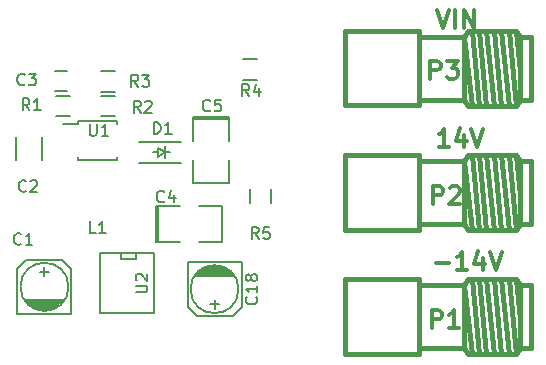
<source format=gto>
G04 #@! TF.FileFunction,Legend,Top*
%FSLAX46Y46*%
G04 Gerber Fmt 4.6, Leading zero omitted, Abs format (unit mm)*
G04 Created by KiCad (PCBNEW (2014-11-17 BZR 5289)-product) date Sat 29 Aug 2015 07:35:18 PM EDT*
%MOMM*%
G01*
G04 APERTURE LIST*
%ADD10C,0.100000*%
%ADD11C,0.150000*%
%ADD12C,0.381000*%
%ADD13C,0.304800*%
G04 APERTURE END LIST*
D10*
D11*
X159225000Y-124425000D02*
X159225000Y-124675000D01*
X162575000Y-124425000D02*
X162575000Y-124675000D01*
X162575000Y-127775000D02*
X162575000Y-127525000D01*
X159225000Y-127775000D02*
X159225000Y-127525000D01*
X159225000Y-124425000D02*
X162575000Y-124425000D01*
X159225000Y-127775000D02*
X162575000Y-127775000D01*
X159225000Y-124675000D02*
X157975000Y-124675000D01*
X165982500Y-127100000D02*
X165601500Y-127100000D01*
X166998500Y-127100000D02*
X166617500Y-127100000D01*
X166617500Y-127100000D02*
X165982500Y-126719000D01*
X165982500Y-126719000D02*
X165982500Y-127481000D01*
X165982500Y-127481000D02*
X166617500Y-127100000D01*
X166617500Y-126592000D02*
X166617500Y-127608000D01*
X164400000Y-128000000D02*
X167940000Y-128000000D01*
X164400000Y-126200000D02*
X167940000Y-126200000D01*
X154025000Y-127800000D02*
X154025000Y-125800000D01*
X156175000Y-125800000D02*
X156175000Y-127800000D01*
X158600000Y-124075000D02*
X157400000Y-124075000D01*
X157400000Y-122325000D02*
X158600000Y-122325000D01*
X161200000Y-122325000D02*
X162400000Y-122325000D01*
X162400000Y-124075000D02*
X161200000Y-124075000D01*
X162400000Y-121975000D02*
X161200000Y-121975000D01*
X161200000Y-120225000D02*
X162400000Y-120225000D01*
X156400000Y-136849000D02*
X156400000Y-137611000D01*
X156019000Y-137230000D02*
X156781000Y-137230000D01*
X158686000Y-136976000D02*
X158686000Y-140786000D01*
X154876000Y-136214000D02*
X157924000Y-136214000D01*
X158686000Y-136976000D02*
X157924000Y-136214000D01*
X154114000Y-136976000D02*
X154114000Y-140786000D01*
X154114000Y-136976000D02*
X154876000Y-136214000D01*
X156527000Y-140532000D02*
X156273000Y-140532000D01*
X155765000Y-140405000D02*
X157035000Y-140405000D01*
X157289000Y-140278000D02*
X155511000Y-140278000D01*
X157543000Y-140151000D02*
X155257000Y-140151000D01*
X155130000Y-140024000D02*
X157670000Y-140024000D01*
X157797000Y-139897000D02*
X155003000Y-139897000D01*
X154876000Y-139770000D02*
X157924000Y-139770000D01*
X154749000Y-139643000D02*
X158051000Y-139643000D01*
X154114000Y-140786000D02*
X158686000Y-140786000D01*
X158432000Y-138500000D02*
G75*
G03X158432000Y-138500000I-2032000J0D01*
G01*
X165686000Y-135660000D02*
X165686000Y-140740000D01*
X165686000Y-140740000D02*
X161114000Y-140740000D01*
X161114000Y-140740000D02*
X161114000Y-135660000D01*
X161114000Y-135660000D02*
X165686000Y-135660000D01*
X164162000Y-135660000D02*
X164162000Y-136168000D01*
X164162000Y-136168000D02*
X162892000Y-136168000D01*
X162892000Y-136168000D02*
X162892000Y-135660000D01*
X157300000Y-121950000D02*
X158300000Y-121950000D01*
X158300000Y-120250000D02*
X157300000Y-120250000D01*
X170800000Y-140351000D02*
X170800000Y-139589000D01*
X171181000Y-139970000D02*
X170419000Y-139970000D01*
X168514000Y-140224000D02*
X168514000Y-136414000D01*
X172324000Y-140986000D02*
X169276000Y-140986000D01*
X168514000Y-140224000D02*
X169276000Y-140986000D01*
X173086000Y-140224000D02*
X173086000Y-136414000D01*
X173086000Y-140224000D02*
X172324000Y-140986000D01*
X170673000Y-136668000D02*
X170927000Y-136668000D01*
X171435000Y-136795000D02*
X170165000Y-136795000D01*
X169911000Y-136922000D02*
X171689000Y-136922000D01*
X169657000Y-137049000D02*
X171943000Y-137049000D01*
X172070000Y-137176000D02*
X169530000Y-137176000D01*
X169403000Y-137303000D02*
X172197000Y-137303000D01*
X172324000Y-137430000D02*
X169276000Y-137430000D01*
X172451000Y-137557000D02*
X169149000Y-137557000D01*
X173086000Y-136414000D02*
X168514000Y-136414000D01*
X172832000Y-138700000D02*
G75*
G03X172832000Y-138700000I-2032000J0D01*
G01*
X165806000Y-131676000D02*
X165806000Y-134724000D01*
X169489000Y-134724000D02*
X171394000Y-134724000D01*
X171394000Y-134724000D02*
X171394000Y-131676000D01*
X171394000Y-131676000D02*
X169489000Y-131676000D01*
X167838000Y-131676000D02*
X165806000Y-131676000D01*
X166006000Y-131676000D02*
X166006000Y-134724000D01*
X165806000Y-134724000D02*
X167838000Y-134724000D01*
X172024000Y-124106000D02*
X168976000Y-124106000D01*
X168976000Y-127789000D02*
X168976000Y-129694000D01*
X168976000Y-129694000D02*
X172024000Y-129694000D01*
X172024000Y-129694000D02*
X172024000Y-127789000D01*
X172024000Y-126138000D02*
X172024000Y-124106000D01*
X172024000Y-124306000D02*
X168976000Y-124306000D01*
X168976000Y-124106000D02*
X168976000Y-126138000D01*
D12*
X196656060Y-143659380D02*
X197600940Y-143659380D01*
X196656060Y-138340620D02*
X197600940Y-138340620D01*
X188149600Y-138340620D02*
X191929120Y-138340620D01*
X188149600Y-143659380D02*
X191929120Y-143659380D01*
X196341100Y-137807220D02*
X196656060Y-141266700D01*
X192559040Y-144192780D02*
X191929120Y-138340620D01*
X192559040Y-137807220D02*
X193188960Y-144192780D01*
X193188960Y-137807220D02*
X193818880Y-144192780D01*
X193818880Y-137807220D02*
X194448800Y-144192780D01*
X194448800Y-137807220D02*
X195081260Y-144192780D01*
X195081260Y-137807220D02*
X195711180Y-144192780D01*
X195711180Y-137807220D02*
X196341100Y-144192780D01*
X196341100Y-137807220D02*
X196656060Y-138340620D01*
X196656060Y-138340620D02*
X196656060Y-143659380D01*
X196656060Y-143659380D02*
X196341100Y-144192780D01*
X196341100Y-144192780D02*
X192244080Y-144192780D01*
X192244080Y-144192780D02*
X191929120Y-143659380D01*
X191929120Y-143659380D02*
X191929120Y-138340620D01*
X191929120Y-138340620D02*
X192244080Y-137807220D01*
X192244080Y-137807220D02*
X196341100Y-137807220D01*
X197600940Y-143659380D02*
X197600940Y-138340620D01*
X188149600Y-137850400D02*
X188149600Y-144149600D01*
X188149600Y-144149600D02*
X181850400Y-144149600D01*
X181850400Y-144149600D02*
X181850400Y-137850400D01*
X181850400Y-137850400D02*
X188149600Y-137850400D01*
X196656060Y-133159380D02*
X197600940Y-133159380D01*
X196656060Y-127840620D02*
X197600940Y-127840620D01*
X188149600Y-127840620D02*
X191929120Y-127840620D01*
X188149600Y-133159380D02*
X191929120Y-133159380D01*
X196341100Y-127307220D02*
X196656060Y-130766700D01*
X192559040Y-133692780D02*
X191929120Y-127840620D01*
X192559040Y-127307220D02*
X193188960Y-133692780D01*
X193188960Y-127307220D02*
X193818880Y-133692780D01*
X193818880Y-127307220D02*
X194448800Y-133692780D01*
X194448800Y-127307220D02*
X195081260Y-133692780D01*
X195081260Y-127307220D02*
X195711180Y-133692780D01*
X195711180Y-127307220D02*
X196341100Y-133692780D01*
X196341100Y-127307220D02*
X196656060Y-127840620D01*
X196656060Y-127840620D02*
X196656060Y-133159380D01*
X196656060Y-133159380D02*
X196341100Y-133692780D01*
X196341100Y-133692780D02*
X192244080Y-133692780D01*
X192244080Y-133692780D02*
X191929120Y-133159380D01*
X191929120Y-133159380D02*
X191929120Y-127840620D01*
X191929120Y-127840620D02*
X192244080Y-127307220D01*
X192244080Y-127307220D02*
X196341100Y-127307220D01*
X197600940Y-133159380D02*
X197600940Y-127840620D01*
X188149600Y-127350400D02*
X188149600Y-133649600D01*
X188149600Y-133649600D02*
X181850400Y-133649600D01*
X181850400Y-133649600D02*
X181850400Y-127350400D01*
X181850400Y-127350400D02*
X188149600Y-127350400D01*
X196656060Y-122659380D02*
X197600940Y-122659380D01*
X196656060Y-117340620D02*
X197600940Y-117340620D01*
X188149600Y-117340620D02*
X191929120Y-117340620D01*
X188149600Y-122659380D02*
X191929120Y-122659380D01*
X196341100Y-116807220D02*
X196656060Y-120266700D01*
X192559040Y-123192780D02*
X191929120Y-117340620D01*
X192559040Y-116807220D02*
X193188960Y-123192780D01*
X193188960Y-116807220D02*
X193818880Y-123192780D01*
X193818880Y-116807220D02*
X194448800Y-123192780D01*
X194448800Y-116807220D02*
X195081260Y-123192780D01*
X195081260Y-116807220D02*
X195711180Y-123192780D01*
X195711180Y-116807220D02*
X196341100Y-123192780D01*
X196341100Y-116807220D02*
X196656060Y-117340620D01*
X196656060Y-117340620D02*
X196656060Y-122659380D01*
X196656060Y-122659380D02*
X196341100Y-123192780D01*
X196341100Y-123192780D02*
X192244080Y-123192780D01*
X192244080Y-123192780D02*
X191929120Y-122659380D01*
X191929120Y-122659380D02*
X191929120Y-117340620D01*
X191929120Y-117340620D02*
X192244080Y-116807220D01*
X192244080Y-116807220D02*
X196341100Y-116807220D01*
X197600940Y-122659380D02*
X197600940Y-117340620D01*
X188149600Y-116850400D02*
X188149600Y-123149600D01*
X188149600Y-123149600D02*
X181850400Y-123149600D01*
X181850400Y-123149600D02*
X181850400Y-116850400D01*
X181850400Y-116850400D02*
X188149600Y-116850400D01*
D11*
X174400000Y-120975000D02*
X173200000Y-120975000D01*
X173200000Y-119225000D02*
X174400000Y-119225000D01*
X175575000Y-130200000D02*
X175575000Y-131400000D01*
X173825000Y-131400000D02*
X173825000Y-130200000D01*
X160238095Y-124702381D02*
X160238095Y-125511905D01*
X160285714Y-125607143D01*
X160333333Y-125654762D01*
X160428571Y-125702381D01*
X160619048Y-125702381D01*
X160714286Y-125654762D01*
X160761905Y-125607143D01*
X160809524Y-125511905D01*
X160809524Y-124702381D01*
X161809524Y-125702381D02*
X161238095Y-125702381D01*
X161523809Y-125702381D02*
X161523809Y-124702381D01*
X161428571Y-124845238D01*
X161333333Y-124940476D01*
X161238095Y-124988095D01*
X165661905Y-125552381D02*
X165661905Y-124552381D01*
X165900000Y-124552381D01*
X166042858Y-124600000D01*
X166138096Y-124695238D01*
X166185715Y-124790476D01*
X166233334Y-124980952D01*
X166233334Y-125123810D01*
X166185715Y-125314286D01*
X166138096Y-125409524D01*
X166042858Y-125504762D01*
X165900000Y-125552381D01*
X165661905Y-125552381D01*
X167185715Y-125552381D02*
X166614286Y-125552381D01*
X166900000Y-125552381D02*
X166900000Y-124552381D01*
X166804762Y-124695238D01*
X166709524Y-124790476D01*
X166614286Y-124838095D01*
X154833334Y-130357143D02*
X154785715Y-130404762D01*
X154642858Y-130452381D01*
X154547620Y-130452381D01*
X154404762Y-130404762D01*
X154309524Y-130309524D01*
X154261905Y-130214286D01*
X154214286Y-130023810D01*
X154214286Y-129880952D01*
X154261905Y-129690476D01*
X154309524Y-129595238D01*
X154404762Y-129500000D01*
X154547620Y-129452381D01*
X154642858Y-129452381D01*
X154785715Y-129500000D01*
X154833334Y-129547619D01*
X155214286Y-129547619D02*
X155261905Y-129500000D01*
X155357143Y-129452381D01*
X155595239Y-129452381D01*
X155690477Y-129500000D01*
X155738096Y-129547619D01*
X155785715Y-129642857D01*
X155785715Y-129738095D01*
X155738096Y-129880952D01*
X155166667Y-130452381D01*
X155785715Y-130452381D01*
X160733334Y-133952381D02*
X160257143Y-133952381D01*
X160257143Y-132952381D01*
X161590477Y-133952381D02*
X161019048Y-133952381D01*
X161304762Y-133952381D02*
X161304762Y-132952381D01*
X161209524Y-133095238D01*
X161114286Y-133190476D01*
X161019048Y-133238095D01*
X155133334Y-123552381D02*
X154800000Y-123076190D01*
X154561905Y-123552381D02*
X154561905Y-122552381D01*
X154942858Y-122552381D01*
X155038096Y-122600000D01*
X155085715Y-122647619D01*
X155133334Y-122742857D01*
X155133334Y-122885714D01*
X155085715Y-122980952D01*
X155038096Y-123028571D01*
X154942858Y-123076190D01*
X154561905Y-123076190D01*
X156085715Y-123552381D02*
X155514286Y-123552381D01*
X155800000Y-123552381D02*
X155800000Y-122552381D01*
X155704762Y-122695238D01*
X155609524Y-122790476D01*
X155514286Y-122838095D01*
X164533334Y-123752381D02*
X164200000Y-123276190D01*
X163961905Y-123752381D02*
X163961905Y-122752381D01*
X164342858Y-122752381D01*
X164438096Y-122800000D01*
X164485715Y-122847619D01*
X164533334Y-122942857D01*
X164533334Y-123085714D01*
X164485715Y-123180952D01*
X164438096Y-123228571D01*
X164342858Y-123276190D01*
X163961905Y-123276190D01*
X164914286Y-122847619D02*
X164961905Y-122800000D01*
X165057143Y-122752381D01*
X165295239Y-122752381D01*
X165390477Y-122800000D01*
X165438096Y-122847619D01*
X165485715Y-122942857D01*
X165485715Y-123038095D01*
X165438096Y-123180952D01*
X164866667Y-123752381D01*
X165485715Y-123752381D01*
X164333334Y-121552381D02*
X164000000Y-121076190D01*
X163761905Y-121552381D02*
X163761905Y-120552381D01*
X164142858Y-120552381D01*
X164238096Y-120600000D01*
X164285715Y-120647619D01*
X164333334Y-120742857D01*
X164333334Y-120885714D01*
X164285715Y-120980952D01*
X164238096Y-121028571D01*
X164142858Y-121076190D01*
X163761905Y-121076190D01*
X164666667Y-120552381D02*
X165285715Y-120552381D01*
X164952381Y-120933333D01*
X165095239Y-120933333D01*
X165190477Y-120980952D01*
X165238096Y-121028571D01*
X165285715Y-121123810D01*
X165285715Y-121361905D01*
X165238096Y-121457143D01*
X165190477Y-121504762D01*
X165095239Y-121552381D01*
X164809524Y-121552381D01*
X164714286Y-121504762D01*
X164666667Y-121457143D01*
X154433334Y-134857143D02*
X154385715Y-134904762D01*
X154242858Y-134952381D01*
X154147620Y-134952381D01*
X154004762Y-134904762D01*
X153909524Y-134809524D01*
X153861905Y-134714286D01*
X153814286Y-134523810D01*
X153814286Y-134380952D01*
X153861905Y-134190476D01*
X153909524Y-134095238D01*
X154004762Y-134000000D01*
X154147620Y-133952381D01*
X154242858Y-133952381D01*
X154385715Y-134000000D01*
X154433334Y-134047619D01*
X155385715Y-134952381D02*
X154814286Y-134952381D01*
X155100000Y-134952381D02*
X155100000Y-133952381D01*
X155004762Y-134095238D01*
X154909524Y-134190476D01*
X154814286Y-134238095D01*
X164122381Y-138961905D02*
X164931905Y-138961905D01*
X165027143Y-138914286D01*
X165074762Y-138866667D01*
X165122381Y-138771429D01*
X165122381Y-138580952D01*
X165074762Y-138485714D01*
X165027143Y-138438095D01*
X164931905Y-138390476D01*
X164122381Y-138390476D01*
X164217619Y-137961905D02*
X164170000Y-137914286D01*
X164122381Y-137819048D01*
X164122381Y-137580952D01*
X164170000Y-137485714D01*
X164217619Y-137438095D01*
X164312857Y-137390476D01*
X164408095Y-137390476D01*
X164550952Y-137438095D01*
X165122381Y-138009524D01*
X165122381Y-137390476D01*
X154733334Y-121357143D02*
X154685715Y-121404762D01*
X154542858Y-121452381D01*
X154447620Y-121452381D01*
X154304762Y-121404762D01*
X154209524Y-121309524D01*
X154161905Y-121214286D01*
X154114286Y-121023810D01*
X154114286Y-120880952D01*
X154161905Y-120690476D01*
X154209524Y-120595238D01*
X154304762Y-120500000D01*
X154447620Y-120452381D01*
X154542858Y-120452381D01*
X154685715Y-120500000D01*
X154733334Y-120547619D01*
X155066667Y-120452381D02*
X155685715Y-120452381D01*
X155352381Y-120833333D01*
X155495239Y-120833333D01*
X155590477Y-120880952D01*
X155638096Y-120928571D01*
X155685715Y-121023810D01*
X155685715Y-121261905D01*
X155638096Y-121357143D01*
X155590477Y-121404762D01*
X155495239Y-121452381D01*
X155209524Y-121452381D01*
X155114286Y-121404762D01*
X155066667Y-121357143D01*
X174332143Y-139342857D02*
X174379762Y-139390476D01*
X174427381Y-139533333D01*
X174427381Y-139628571D01*
X174379762Y-139771429D01*
X174284524Y-139866667D01*
X174189286Y-139914286D01*
X173998810Y-139961905D01*
X173855952Y-139961905D01*
X173665476Y-139914286D01*
X173570238Y-139866667D01*
X173475000Y-139771429D01*
X173427381Y-139628571D01*
X173427381Y-139533333D01*
X173475000Y-139390476D01*
X173522619Y-139342857D01*
X174427381Y-138390476D02*
X174427381Y-138961905D01*
X174427381Y-138676191D02*
X173427381Y-138676191D01*
X173570238Y-138771429D01*
X173665476Y-138866667D01*
X173713095Y-138961905D01*
X173855952Y-137819048D02*
X173808333Y-137914286D01*
X173760714Y-137961905D01*
X173665476Y-138009524D01*
X173617857Y-138009524D01*
X173522619Y-137961905D01*
X173475000Y-137914286D01*
X173427381Y-137819048D01*
X173427381Y-137628571D01*
X173475000Y-137533333D01*
X173522619Y-137485714D01*
X173617857Y-137438095D01*
X173665476Y-137438095D01*
X173760714Y-137485714D01*
X173808333Y-137533333D01*
X173855952Y-137628571D01*
X173855952Y-137819048D01*
X173903571Y-137914286D01*
X173951190Y-137961905D01*
X174046429Y-138009524D01*
X174236905Y-138009524D01*
X174332143Y-137961905D01*
X174379762Y-137914286D01*
X174427381Y-137819048D01*
X174427381Y-137628571D01*
X174379762Y-137533333D01*
X174332143Y-137485714D01*
X174236905Y-137438095D01*
X174046429Y-137438095D01*
X173951190Y-137485714D01*
X173903571Y-137533333D01*
X173855952Y-137628571D01*
X166533334Y-131257143D02*
X166485715Y-131304762D01*
X166342858Y-131352381D01*
X166247620Y-131352381D01*
X166104762Y-131304762D01*
X166009524Y-131209524D01*
X165961905Y-131114286D01*
X165914286Y-130923810D01*
X165914286Y-130780952D01*
X165961905Y-130590476D01*
X166009524Y-130495238D01*
X166104762Y-130400000D01*
X166247620Y-130352381D01*
X166342858Y-130352381D01*
X166485715Y-130400000D01*
X166533334Y-130447619D01*
X167390477Y-130685714D02*
X167390477Y-131352381D01*
X167152381Y-130304762D02*
X166914286Y-131019048D01*
X167533334Y-131019048D01*
X170433334Y-123557143D02*
X170385715Y-123604762D01*
X170242858Y-123652381D01*
X170147620Y-123652381D01*
X170004762Y-123604762D01*
X169909524Y-123509524D01*
X169861905Y-123414286D01*
X169814286Y-123223810D01*
X169814286Y-123080952D01*
X169861905Y-122890476D01*
X169909524Y-122795238D01*
X170004762Y-122700000D01*
X170147620Y-122652381D01*
X170242858Y-122652381D01*
X170385715Y-122700000D01*
X170433334Y-122747619D01*
X171338096Y-122652381D02*
X170861905Y-122652381D01*
X170814286Y-123128571D01*
X170861905Y-123080952D01*
X170957143Y-123033333D01*
X171195239Y-123033333D01*
X171290477Y-123080952D01*
X171338096Y-123128571D01*
X171385715Y-123223810D01*
X171385715Y-123461905D01*
X171338096Y-123557143D01*
X171290477Y-123604762D01*
X171195239Y-123652381D01*
X170957143Y-123652381D01*
X170861905Y-123604762D01*
X170814286Y-123557143D01*
D13*
X189175143Y-141989429D02*
X189175143Y-140465429D01*
X189755715Y-140465429D01*
X189900857Y-140538000D01*
X189973429Y-140610571D01*
X190046000Y-140755714D01*
X190046000Y-140973429D01*
X189973429Y-141118571D01*
X189900857Y-141191143D01*
X189755715Y-141263714D01*
X189175143Y-141263714D01*
X191497429Y-141989429D02*
X190626572Y-141989429D01*
X191062000Y-141989429D02*
X191062000Y-140465429D01*
X190916857Y-140683143D01*
X190771715Y-140828286D01*
X190626572Y-140900857D01*
X189514857Y-136508857D02*
X190676000Y-136508857D01*
X192200000Y-137089429D02*
X191329143Y-137089429D01*
X191764571Y-137089429D02*
X191764571Y-135565429D01*
X191619428Y-135783143D01*
X191474286Y-135928286D01*
X191329143Y-136000857D01*
X193506286Y-136073429D02*
X193506286Y-137089429D01*
X193143429Y-135492857D02*
X192780572Y-136581429D01*
X193724000Y-136581429D01*
X194086858Y-135565429D02*
X194594858Y-137089429D01*
X195102858Y-135565429D01*
X189275143Y-131489429D02*
X189275143Y-129965429D01*
X189855715Y-129965429D01*
X190000857Y-130038000D01*
X190073429Y-130110571D01*
X190146000Y-130255714D01*
X190146000Y-130473429D01*
X190073429Y-130618571D01*
X190000857Y-130691143D01*
X189855715Y-130763714D01*
X189275143Y-130763714D01*
X190726572Y-130110571D02*
X190799143Y-130038000D01*
X190944286Y-129965429D01*
X191307143Y-129965429D01*
X191452286Y-130038000D01*
X191524857Y-130110571D01*
X191597429Y-130255714D01*
X191597429Y-130400857D01*
X191524857Y-130618571D01*
X190654000Y-131489429D01*
X191597429Y-131489429D01*
X190656571Y-126689429D02*
X189785714Y-126689429D01*
X190221142Y-126689429D02*
X190221142Y-125165429D01*
X190075999Y-125383143D01*
X189930857Y-125528286D01*
X189785714Y-125600857D01*
X191962857Y-125673429D02*
X191962857Y-126689429D01*
X191600000Y-125092857D02*
X191237143Y-126181429D01*
X192180571Y-126181429D01*
X192543429Y-125165429D02*
X193051429Y-126689429D01*
X193559429Y-125165429D01*
X189075143Y-120889429D02*
X189075143Y-119365429D01*
X189655715Y-119365429D01*
X189800857Y-119438000D01*
X189873429Y-119510571D01*
X189946000Y-119655714D01*
X189946000Y-119873429D01*
X189873429Y-120018571D01*
X189800857Y-120091143D01*
X189655715Y-120163714D01*
X189075143Y-120163714D01*
X190454000Y-119365429D02*
X191397429Y-119365429D01*
X190889429Y-119946000D01*
X191107143Y-119946000D01*
X191252286Y-120018571D01*
X191324857Y-120091143D01*
X191397429Y-120236286D01*
X191397429Y-120599143D01*
X191324857Y-120744286D01*
X191252286Y-120816857D01*
X191107143Y-120889429D01*
X190671715Y-120889429D01*
X190526572Y-120816857D01*
X190454000Y-120744286D01*
X189630858Y-115065429D02*
X190138858Y-116589429D01*
X190646858Y-115065429D01*
X191154858Y-116589429D02*
X191154858Y-115065429D01*
X191880572Y-116589429D02*
X191880572Y-115065429D01*
X192751429Y-116589429D01*
X192751429Y-115065429D01*
D11*
X173733334Y-122352381D02*
X173400000Y-121876190D01*
X173161905Y-122352381D02*
X173161905Y-121352381D01*
X173542858Y-121352381D01*
X173638096Y-121400000D01*
X173685715Y-121447619D01*
X173733334Y-121542857D01*
X173733334Y-121685714D01*
X173685715Y-121780952D01*
X173638096Y-121828571D01*
X173542858Y-121876190D01*
X173161905Y-121876190D01*
X174590477Y-121685714D02*
X174590477Y-122352381D01*
X174352381Y-121304762D02*
X174114286Y-122019048D01*
X174733334Y-122019048D01*
X174533334Y-134452381D02*
X174200000Y-133976190D01*
X173961905Y-134452381D02*
X173961905Y-133452381D01*
X174342858Y-133452381D01*
X174438096Y-133500000D01*
X174485715Y-133547619D01*
X174533334Y-133642857D01*
X174533334Y-133785714D01*
X174485715Y-133880952D01*
X174438096Y-133928571D01*
X174342858Y-133976190D01*
X173961905Y-133976190D01*
X175438096Y-133452381D02*
X174961905Y-133452381D01*
X174914286Y-133928571D01*
X174961905Y-133880952D01*
X175057143Y-133833333D01*
X175295239Y-133833333D01*
X175390477Y-133880952D01*
X175438096Y-133928571D01*
X175485715Y-134023810D01*
X175485715Y-134261905D01*
X175438096Y-134357143D01*
X175390477Y-134404762D01*
X175295239Y-134452381D01*
X175057143Y-134452381D01*
X174961905Y-134404762D01*
X174914286Y-134357143D01*
M02*

</source>
